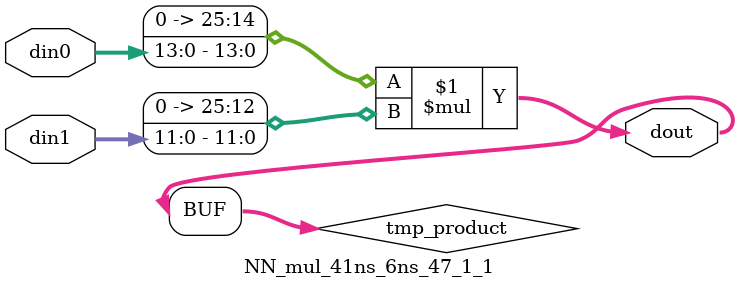
<source format=v>

`timescale 1 ns / 1 ps

 module NN_mul_41ns_6ns_47_1_1(din0, din1, dout);
parameter ID = 1;
parameter NUM_STAGE = 0;
parameter din0_WIDTH = 14;
parameter din1_WIDTH = 12;
parameter dout_WIDTH = 26;

input [din0_WIDTH - 1 : 0] din0; 
input [din1_WIDTH - 1 : 0] din1; 
output [dout_WIDTH - 1 : 0] dout;

wire signed [dout_WIDTH - 1 : 0] tmp_product;
























assign tmp_product = $signed({1'b0, din0}) * $signed({1'b0, din1});











assign dout = tmp_product;





















endmodule

</source>
